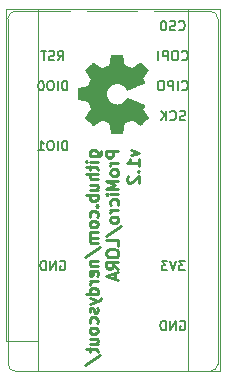
<source format=gbr>
%TF.GenerationSoftware,KiCad,Pcbnew,5.1.6+dfsg1-1~bpo10+1*%
%TF.CreationDate,Date%
%TF.ProjectId,ProMicro_LORA,50726f4d-6963-4726-9f5f-4c4f52412e6b,v1.1*%
%TF.SameCoordinates,Original*%
%TF.FileFunction,Legend,Bot*%
%TF.FilePolarity,Positive*%
%FSLAX45Y45*%
G04 Gerber Fmt 4.5, Leading zero omitted, Abs format (unit mm)*
G04 Created by KiCad*
%MOMM*%
%LPD*%
G01*
G04 APERTURE LIST*
%ADD10C,0.200000*%
%TA.AperFunction,Profile*%
%ADD11C,0.100000*%
%TD*%
%ADD12C,0.250000*%
%ADD13C,0.120000*%
%ADD14C,0.010000*%
%ADD15R,1.600000X1.600000*%
%ADD16O,1.600000X1.600000*%
%ADD17R,1.350000X4.200000*%
G04 APERTURE END LIST*
D10*
X314952Y802000D02*
X322571Y805810D01*
X334000Y805810D01*
X345429Y802000D01*
X353048Y794381D01*
X356857Y786762D01*
X360667Y771524D01*
X360667Y760095D01*
X356857Y744857D01*
X353048Y737238D01*
X345429Y729619D01*
X334000Y725810D01*
X326381Y725810D01*
X314952Y729619D01*
X311143Y733429D01*
X311143Y760095D01*
X326381Y760095D01*
X276857Y725810D02*
X276857Y805810D01*
X231143Y725810D01*
X231143Y805810D01*
X193048Y725810D02*
X193048Y805810D01*
X174000Y805810D01*
X162571Y802000D01*
X154952Y794381D01*
X151143Y786762D01*
X147333Y771524D01*
X147333Y760095D01*
X151143Y744857D01*
X154952Y737238D01*
X162571Y729619D01*
X174000Y725810D01*
X193048Y725810D01*
X374000Y1741810D02*
X374000Y1821810D01*
X354952Y1821810D01*
X343524Y1818000D01*
X335905Y1810381D01*
X332095Y1802762D01*
X328286Y1787524D01*
X328286Y1776095D01*
X332095Y1760857D01*
X335905Y1753238D01*
X343524Y1745619D01*
X354952Y1741810D01*
X374000Y1741810D01*
X294000Y1741810D02*
X294000Y1821810D01*
X240667Y1821810D02*
X225428Y1821810D01*
X217809Y1818000D01*
X210190Y1810381D01*
X206381Y1795143D01*
X206381Y1768476D01*
X210190Y1753238D01*
X217809Y1745619D01*
X225428Y1741810D01*
X240667Y1741810D01*
X248286Y1745619D01*
X255905Y1753238D01*
X259714Y1768476D01*
X259714Y1795143D01*
X255905Y1810381D01*
X248286Y1818000D01*
X240667Y1821810D01*
X130190Y1741810D02*
X175905Y1741810D01*
X153048Y1741810D02*
X153048Y1821810D01*
X160667Y1810381D01*
X168286Y1802762D01*
X175905Y1798952D01*
X374000Y2249810D02*
X374000Y2329810D01*
X354952Y2329810D01*
X343524Y2326000D01*
X335905Y2318381D01*
X332095Y2310762D01*
X328286Y2295524D01*
X328286Y2284095D01*
X332095Y2268857D01*
X335905Y2261238D01*
X343524Y2253619D01*
X354952Y2249810D01*
X374000Y2249810D01*
X294000Y2249810D02*
X294000Y2329810D01*
X240667Y2329810D02*
X225428Y2329810D01*
X217809Y2326000D01*
X210190Y2318381D01*
X206381Y2303143D01*
X206381Y2276476D01*
X210190Y2261238D01*
X217809Y2253619D01*
X225428Y2249810D01*
X240667Y2249810D01*
X248286Y2253619D01*
X255905Y2261238D01*
X259714Y2276476D01*
X259714Y2303143D01*
X255905Y2318381D01*
X248286Y2326000D01*
X240667Y2329810D01*
X156857Y2329810D02*
X149238Y2329810D01*
X141619Y2326000D01*
X137810Y2322191D01*
X134000Y2314572D01*
X130190Y2299333D01*
X130190Y2280286D01*
X134000Y2265048D01*
X137810Y2257429D01*
X141619Y2253619D01*
X149238Y2249810D01*
X156857Y2249810D01*
X164476Y2253619D01*
X168286Y2257429D01*
X172095Y2265048D01*
X175905Y2280286D01*
X175905Y2299333D01*
X172095Y2314572D01*
X168286Y2322191D01*
X164476Y2326000D01*
X156857Y2329810D01*
X297810Y2503810D02*
X324476Y2541905D01*
X343524Y2503810D02*
X343524Y2583810D01*
X313048Y2583810D01*
X305429Y2580000D01*
X301619Y2576191D01*
X297810Y2568572D01*
X297810Y2557143D01*
X301619Y2549524D01*
X305429Y2545714D01*
X313048Y2541905D01*
X343524Y2541905D01*
X267333Y2507619D02*
X255905Y2503810D01*
X236857Y2503810D01*
X229238Y2507619D01*
X225428Y2511429D01*
X221619Y2519048D01*
X221619Y2526667D01*
X225428Y2534286D01*
X229238Y2538095D01*
X236857Y2541905D01*
X252095Y2545714D01*
X259714Y2549524D01*
X263524Y2553333D01*
X267333Y2560952D01*
X267333Y2568572D01*
X263524Y2576191D01*
X259714Y2580000D01*
X252095Y2583810D01*
X233048Y2583810D01*
X221619Y2580000D01*
X198762Y2583810D02*
X153048Y2583810D01*
X175905Y2503810D02*
X175905Y2583810D01*
X1321429Y2765429D02*
X1325238Y2761619D01*
X1336667Y2757810D01*
X1344286Y2757810D01*
X1355714Y2761619D01*
X1363333Y2769238D01*
X1367143Y2776857D01*
X1370952Y2792095D01*
X1370952Y2803524D01*
X1367143Y2818762D01*
X1363333Y2826381D01*
X1355714Y2834000D01*
X1344286Y2837810D01*
X1336667Y2837810D01*
X1325238Y2834000D01*
X1321429Y2830190D01*
X1290952Y2761619D02*
X1279524Y2757810D01*
X1260476Y2757810D01*
X1252857Y2761619D01*
X1249048Y2765429D01*
X1245238Y2773048D01*
X1245238Y2780667D01*
X1249048Y2788286D01*
X1252857Y2792095D01*
X1260476Y2795905D01*
X1275714Y2799714D01*
X1283333Y2803524D01*
X1287143Y2807333D01*
X1290952Y2814952D01*
X1290952Y2822571D01*
X1287143Y2830190D01*
X1283333Y2834000D01*
X1275714Y2837810D01*
X1256667Y2837810D01*
X1245238Y2834000D01*
X1195714Y2837810D02*
X1188095Y2837810D01*
X1180476Y2834000D01*
X1176667Y2830190D01*
X1172857Y2822571D01*
X1169048Y2807333D01*
X1169048Y2788286D01*
X1172857Y2773048D01*
X1176667Y2765429D01*
X1180476Y2761619D01*
X1188095Y2757810D01*
X1195714Y2757810D01*
X1203333Y2761619D01*
X1207143Y2765429D01*
X1210952Y2773048D01*
X1214762Y2788286D01*
X1214762Y2807333D01*
X1210952Y2822571D01*
X1207143Y2830190D01*
X1203333Y2834000D01*
X1195714Y2837810D01*
X1346190Y2511429D02*
X1350000Y2507619D01*
X1361429Y2503810D01*
X1369048Y2503810D01*
X1380476Y2507619D01*
X1388095Y2515238D01*
X1391905Y2522857D01*
X1395714Y2538095D01*
X1395714Y2549524D01*
X1391905Y2564762D01*
X1388095Y2572381D01*
X1380476Y2580000D01*
X1369048Y2583810D01*
X1361429Y2583810D01*
X1350000Y2580000D01*
X1346190Y2576191D01*
X1296667Y2583810D02*
X1281429Y2583810D01*
X1273810Y2580000D01*
X1266190Y2572381D01*
X1262381Y2557143D01*
X1262381Y2530476D01*
X1266190Y2515238D01*
X1273810Y2507619D01*
X1281429Y2503810D01*
X1296667Y2503810D01*
X1304286Y2507619D01*
X1311905Y2515238D01*
X1315714Y2530476D01*
X1315714Y2557143D01*
X1311905Y2572381D01*
X1304286Y2580000D01*
X1296667Y2583810D01*
X1228095Y2503810D02*
X1228095Y2583810D01*
X1197619Y2583810D01*
X1190000Y2580000D01*
X1186190Y2576191D01*
X1182381Y2568572D01*
X1182381Y2557143D01*
X1186190Y2549524D01*
X1190000Y2545714D01*
X1197619Y2541905D01*
X1228095Y2541905D01*
X1148095Y2503810D02*
X1148095Y2583810D01*
X1346190Y2257429D02*
X1350000Y2253619D01*
X1361429Y2249810D01*
X1369048Y2249810D01*
X1380476Y2253619D01*
X1388095Y2261238D01*
X1391905Y2268857D01*
X1395714Y2284095D01*
X1395714Y2295524D01*
X1391905Y2310762D01*
X1388095Y2318381D01*
X1380476Y2326000D01*
X1369048Y2329810D01*
X1361429Y2329810D01*
X1350000Y2326000D01*
X1346190Y2322191D01*
X1311905Y2249810D02*
X1311905Y2329810D01*
X1273810Y2249810D02*
X1273810Y2329810D01*
X1243333Y2329810D01*
X1235714Y2326000D01*
X1231905Y2322191D01*
X1228095Y2314572D01*
X1228095Y2303143D01*
X1231905Y2295524D01*
X1235714Y2291714D01*
X1243333Y2287905D01*
X1273810Y2287905D01*
X1178571Y2329810D02*
X1163333Y2329810D01*
X1155714Y2326000D01*
X1148095Y2318381D01*
X1144286Y2303143D01*
X1144286Y2276476D01*
X1148095Y2261238D01*
X1155714Y2253619D01*
X1163333Y2249810D01*
X1178571Y2249810D01*
X1186190Y2253619D01*
X1193810Y2261238D01*
X1197619Y2276476D01*
X1197619Y2303143D01*
X1193810Y2318381D01*
X1186190Y2326000D01*
X1178571Y2329810D01*
X1372857Y1999619D02*
X1361429Y1995810D01*
X1342381Y1995810D01*
X1334762Y1999619D01*
X1330952Y2003429D01*
X1327143Y2011048D01*
X1327143Y2018667D01*
X1330952Y2026286D01*
X1334762Y2030095D01*
X1342381Y2033905D01*
X1357619Y2037714D01*
X1365238Y2041524D01*
X1369048Y2045333D01*
X1372857Y2052952D01*
X1372857Y2060571D01*
X1369048Y2068190D01*
X1365238Y2072000D01*
X1357619Y2075810D01*
X1338571Y2075810D01*
X1327143Y2072000D01*
X1247143Y2003429D02*
X1250952Y1999619D01*
X1262381Y1995810D01*
X1270000Y1995810D01*
X1281429Y1999619D01*
X1289048Y2007238D01*
X1292857Y2014857D01*
X1296667Y2030095D01*
X1296667Y2041524D01*
X1292857Y2056762D01*
X1289048Y2064381D01*
X1281429Y2072000D01*
X1270000Y2075810D01*
X1262381Y2075810D01*
X1250952Y2072000D01*
X1247143Y2068190D01*
X1212857Y1995810D02*
X1212857Y2075810D01*
X1167143Y1995810D02*
X1201429Y2041524D01*
X1167143Y2075810D02*
X1212857Y2030095D01*
X1369048Y805810D02*
X1319524Y805810D01*
X1346190Y775333D01*
X1334762Y775333D01*
X1327143Y771524D01*
X1323333Y767714D01*
X1319524Y760095D01*
X1319524Y741048D01*
X1323333Y733429D01*
X1327143Y729619D01*
X1334762Y725810D01*
X1357619Y725810D01*
X1365238Y729619D01*
X1369048Y733429D01*
X1296667Y805810D02*
X1270000Y725810D01*
X1243333Y805810D01*
X1224286Y805810D02*
X1174762Y805810D01*
X1201429Y775333D01*
X1190000Y775333D01*
X1182381Y771524D01*
X1178571Y767714D01*
X1174762Y760095D01*
X1174762Y741048D01*
X1178571Y733429D01*
X1182381Y729619D01*
X1190000Y725810D01*
X1212857Y725810D01*
X1220476Y729619D01*
X1224286Y733429D01*
X1330952Y294000D02*
X1338571Y297810D01*
X1350000Y297810D01*
X1361429Y294000D01*
X1369048Y286381D01*
X1372857Y278762D01*
X1376667Y263524D01*
X1376667Y252095D01*
X1372857Y236857D01*
X1369048Y229238D01*
X1361429Y221619D01*
X1350000Y217810D01*
X1342381Y217810D01*
X1330952Y221619D01*
X1327143Y225429D01*
X1327143Y252095D01*
X1342381Y252095D01*
X1292857Y217810D02*
X1292857Y297810D01*
X1247143Y217810D01*
X1247143Y297810D01*
X1209048Y217810D02*
X1209048Y297810D01*
X1190000Y297810D01*
X1178571Y294000D01*
X1170952Y286381D01*
X1167143Y278762D01*
X1163333Y263524D01*
X1163333Y252095D01*
X1167143Y236857D01*
X1170952Y229238D01*
X1178571Y221619D01*
X1190000Y217810D01*
X1209048Y217810D01*
D11*
X-127000Y2857500D02*
X-127000Y-63500D01*
X1651000Y2857500D02*
X1651000Y-63500D01*
X-127000Y2857500D02*
G75*
G02*
X-63500Y2921000I63500J0D01*
G01*
X1587500Y2921000D02*
G75*
G02*
X1651000Y2857500I0J-63500D01*
G01*
X-63500Y2921000D02*
X1587500Y2921000D01*
X1651000Y-63500D02*
G75*
G02*
X1587500Y-127000I-63500J0D01*
G01*
X-63500Y-127000D02*
G75*
G02*
X-127000Y-63500I0J63500D01*
G01*
D12*
X565571Y1695083D02*
X646524Y1695083D01*
X656048Y1699845D01*
X660810Y1704607D01*
X665571Y1714131D01*
X665571Y1728417D01*
X660810Y1737940D01*
X627476Y1695083D02*
X632238Y1704607D01*
X632238Y1723655D01*
X627476Y1733179D01*
X622714Y1737940D01*
X613190Y1742702D01*
X584619Y1742702D01*
X575095Y1737940D01*
X570333Y1733179D01*
X565571Y1723655D01*
X565571Y1704607D01*
X570333Y1695083D01*
X632238Y1647464D02*
X565571Y1647464D01*
X532238Y1647464D02*
X537000Y1652226D01*
X541762Y1647464D01*
X537000Y1642702D01*
X532238Y1647464D01*
X541762Y1647464D01*
X565571Y1614131D02*
X565571Y1576036D01*
X532238Y1599845D02*
X617952Y1599845D01*
X627476Y1595083D01*
X632238Y1585560D01*
X632238Y1576036D01*
X632238Y1542702D02*
X532238Y1542702D01*
X632238Y1499845D02*
X579857Y1499845D01*
X570333Y1504607D01*
X565571Y1514131D01*
X565571Y1528417D01*
X570333Y1537940D01*
X575095Y1542702D01*
X565571Y1409369D02*
X632238Y1409369D01*
X565571Y1452226D02*
X617952Y1452226D01*
X627476Y1447464D01*
X632238Y1437940D01*
X632238Y1423655D01*
X627476Y1414131D01*
X622714Y1409369D01*
X632238Y1361750D02*
X532238Y1361750D01*
X570333Y1361750D02*
X565571Y1352226D01*
X565571Y1333179D01*
X570333Y1323655D01*
X575095Y1318893D01*
X584619Y1314131D01*
X613190Y1314131D01*
X622714Y1318893D01*
X627476Y1323655D01*
X632238Y1333179D01*
X632238Y1352226D01*
X627476Y1361750D01*
X622714Y1271274D02*
X627476Y1266512D01*
X632238Y1271274D01*
X627476Y1276036D01*
X622714Y1271274D01*
X632238Y1271274D01*
X627476Y1180798D02*
X632238Y1190322D01*
X632238Y1209369D01*
X627476Y1218893D01*
X622714Y1223655D01*
X613190Y1228417D01*
X584619Y1228417D01*
X575095Y1223655D01*
X570333Y1218893D01*
X565571Y1209369D01*
X565571Y1190322D01*
X570333Y1180798D01*
X632238Y1123655D02*
X627476Y1133179D01*
X622714Y1137941D01*
X613190Y1142702D01*
X584619Y1142702D01*
X575095Y1137941D01*
X570333Y1133179D01*
X565571Y1123655D01*
X565571Y1109369D01*
X570333Y1099845D01*
X575095Y1095083D01*
X584619Y1090322D01*
X613190Y1090322D01*
X622714Y1095083D01*
X627476Y1099845D01*
X632238Y1109369D01*
X632238Y1123655D01*
X632238Y1047464D02*
X565571Y1047464D01*
X575095Y1047464D02*
X570333Y1042702D01*
X565571Y1033179D01*
X565571Y1018893D01*
X570333Y1009369D01*
X579857Y1004607D01*
X632238Y1004607D01*
X579857Y1004607D02*
X570333Y999845D01*
X565571Y990321D01*
X565571Y976036D01*
X570333Y966512D01*
X579857Y961750D01*
X632238Y961750D01*
X527476Y842702D02*
X656048Y928417D01*
X565571Y809369D02*
X632238Y809369D01*
X575095Y809369D02*
X570333Y804607D01*
X565571Y795083D01*
X565571Y780798D01*
X570333Y771274D01*
X579857Y766512D01*
X632238Y766512D01*
X627476Y680798D02*
X632238Y690322D01*
X632238Y709369D01*
X627476Y718893D01*
X617952Y723655D01*
X579857Y723655D01*
X570333Y718893D01*
X565571Y709369D01*
X565571Y690322D01*
X570333Y680798D01*
X579857Y676036D01*
X589381Y676036D01*
X598905Y723655D01*
X632238Y633179D02*
X565571Y633179D01*
X584619Y633179D02*
X575095Y628417D01*
X570333Y623655D01*
X565571Y614131D01*
X565571Y604607D01*
X632238Y528417D02*
X532238Y528417D01*
X627476Y528417D02*
X632238Y537941D01*
X632238Y556988D01*
X627476Y566512D01*
X622714Y571274D01*
X613190Y576036D01*
X584619Y576036D01*
X575095Y571274D01*
X570333Y566512D01*
X565571Y556988D01*
X565571Y537941D01*
X570333Y528417D01*
X565571Y490321D02*
X632238Y466512D01*
X565571Y442702D02*
X632238Y466512D01*
X656048Y476036D01*
X660810Y480798D01*
X665571Y490321D01*
X627476Y409369D02*
X632238Y399845D01*
X632238Y380798D01*
X627476Y371274D01*
X617952Y366512D01*
X613190Y366512D01*
X603667Y371274D01*
X598905Y380798D01*
X598905Y395083D01*
X594143Y404607D01*
X584619Y409369D01*
X579857Y409369D01*
X570333Y404607D01*
X565571Y395083D01*
X565571Y380798D01*
X570333Y371274D01*
X627476Y280798D02*
X632238Y290322D01*
X632238Y309369D01*
X627476Y318893D01*
X622714Y323655D01*
X613190Y328417D01*
X584619Y328417D01*
X575095Y323655D01*
X570333Y318893D01*
X565571Y309369D01*
X565571Y290322D01*
X570333Y280798D01*
X632238Y223655D02*
X627476Y233179D01*
X622714Y237940D01*
X613190Y242702D01*
X584619Y242702D01*
X575095Y237940D01*
X570333Y233179D01*
X565571Y223655D01*
X565571Y209369D01*
X570333Y199845D01*
X575095Y195083D01*
X584619Y190321D01*
X613190Y190321D01*
X622714Y195083D01*
X627476Y199845D01*
X632238Y209369D01*
X632238Y223655D01*
X565571Y104607D02*
X632238Y104607D01*
X565571Y147464D02*
X617952Y147464D01*
X627476Y142702D01*
X632238Y133179D01*
X632238Y118893D01*
X627476Y109369D01*
X622714Y104607D01*
X565571Y71274D02*
X565571Y33179D01*
X532238Y56988D02*
X617952Y56988D01*
X627476Y52226D01*
X632238Y42702D01*
X632238Y33179D01*
X527476Y-71583D02*
X656048Y14131D01*
X807238Y1737940D02*
X707238Y1737940D01*
X707238Y1699845D01*
X712000Y1690321D01*
X716762Y1685560D01*
X726286Y1680798D01*
X740571Y1680798D01*
X750095Y1685560D01*
X754857Y1690321D01*
X759619Y1699845D01*
X759619Y1737940D01*
X807238Y1637940D02*
X740571Y1637940D01*
X759619Y1637940D02*
X750095Y1633179D01*
X745333Y1628417D01*
X740571Y1618893D01*
X740571Y1609369D01*
X807238Y1561750D02*
X802476Y1571274D01*
X797714Y1576036D01*
X788190Y1580798D01*
X759619Y1580798D01*
X750095Y1576036D01*
X745333Y1571274D01*
X740571Y1561750D01*
X740571Y1547464D01*
X745333Y1537940D01*
X750095Y1533179D01*
X759619Y1528417D01*
X788190Y1528417D01*
X797714Y1533179D01*
X802476Y1537940D01*
X807238Y1547464D01*
X807238Y1561750D01*
X807238Y1485560D02*
X707238Y1485560D01*
X778667Y1452226D01*
X707238Y1418893D01*
X807238Y1418893D01*
X807238Y1371274D02*
X740571Y1371274D01*
X707238Y1371274D02*
X712000Y1376036D01*
X716762Y1371274D01*
X712000Y1366512D01*
X707238Y1371274D01*
X716762Y1371274D01*
X802476Y1280798D02*
X807238Y1290322D01*
X807238Y1309369D01*
X802476Y1318893D01*
X797714Y1323655D01*
X788190Y1328417D01*
X759619Y1328417D01*
X750095Y1323655D01*
X745333Y1318893D01*
X740571Y1309369D01*
X740571Y1290322D01*
X745333Y1280798D01*
X807238Y1237941D02*
X740571Y1237941D01*
X759619Y1237941D02*
X750095Y1233179D01*
X745333Y1228417D01*
X740571Y1218893D01*
X740571Y1209369D01*
X807238Y1161750D02*
X802476Y1171274D01*
X797714Y1176036D01*
X788190Y1180798D01*
X759619Y1180798D01*
X750095Y1176036D01*
X745333Y1171274D01*
X740571Y1161750D01*
X740571Y1147464D01*
X745333Y1137941D01*
X750095Y1133179D01*
X759619Y1128417D01*
X788190Y1128417D01*
X797714Y1133179D01*
X802476Y1137941D01*
X807238Y1147464D01*
X807238Y1161750D01*
X702476Y1014131D02*
X831048Y1099845D01*
X807238Y933179D02*
X807238Y980798D01*
X707238Y980798D01*
X707238Y880798D02*
X707238Y861750D01*
X712000Y852226D01*
X721524Y842702D01*
X740571Y837940D01*
X773905Y837940D01*
X792952Y842702D01*
X802476Y852226D01*
X807238Y861750D01*
X807238Y880798D01*
X802476Y890321D01*
X792952Y899845D01*
X773905Y904607D01*
X740571Y904607D01*
X721524Y899845D01*
X712000Y890321D01*
X707238Y880798D01*
X807238Y737940D02*
X759619Y771274D01*
X807238Y795083D02*
X707238Y795083D01*
X707238Y756988D01*
X712000Y747464D01*
X716762Y742702D01*
X726286Y737940D01*
X740571Y737940D01*
X750095Y742702D01*
X754857Y747464D01*
X759619Y756988D01*
X759619Y795083D01*
X778667Y699845D02*
X778667Y652226D01*
X807238Y709369D02*
X707238Y676036D01*
X807238Y642702D01*
X915571Y1747464D02*
X982238Y1723655D01*
X915571Y1699845D01*
X982238Y1609369D02*
X982238Y1666512D01*
X982238Y1637940D02*
X882238Y1637940D01*
X896524Y1647464D01*
X906048Y1656988D01*
X910809Y1666512D01*
X972714Y1566512D02*
X977476Y1561750D01*
X982238Y1566512D01*
X977476Y1571274D01*
X972714Y1566512D01*
X982238Y1566512D01*
X891762Y1523655D02*
X887000Y1518893D01*
X882238Y1509369D01*
X882238Y1485560D01*
X887000Y1476036D01*
X891762Y1471274D01*
X901286Y1466512D01*
X910809Y1466512D01*
X925095Y1471274D01*
X982238Y1528417D01*
X982238Y1466512D01*
D11*
X1587500Y-127000D02*
X-63500Y-127000D01*
D13*
X-142000Y127000D02*
X-142000Y2936000D01*
X1397000Y-127000D02*
X1397000Y2936000D01*
X127000Y127000D02*
X-142000Y127000D01*
X127000Y-127000D02*
X127000Y2936000D01*
X-142000Y2936000D02*
X1666000Y2936000D01*
X1666000Y2936000D02*
X1666000Y-127000D01*
X1666000Y-127000D02*
X127000Y-127000D01*
D14*
G36*
X508893Y2166919D02*
G01*
X553356Y2158537D01*
X566105Y2127608D01*
X578855Y2096679D01*
X553625Y2059575D01*
X546600Y2049184D01*
X540327Y2039791D01*
X535094Y2031835D01*
X531186Y2025753D01*
X528889Y2021984D01*
X528394Y2020958D01*
X529668Y2019109D01*
X533188Y2015158D01*
X538506Y2009548D01*
X545172Y2002721D01*
X552735Y1995121D01*
X560747Y1987191D01*
X568757Y1979372D01*
X576316Y1972109D01*
X582975Y1965844D01*
X588282Y1961020D01*
X591789Y1958079D01*
X592962Y1957376D01*
X595126Y1958388D01*
X599866Y1961224D01*
X606719Y1965587D01*
X615222Y1971178D01*
X624909Y1977699D01*
X630435Y1981478D01*
X640525Y1988366D01*
X649630Y1994486D01*
X657297Y1999542D01*
X663073Y2003237D01*
X666504Y2005274D01*
X667225Y2005580D01*
X669275Y2004886D01*
X674051Y2002995D01*
X680883Y2000191D01*
X689099Y1996761D01*
X698027Y1992989D01*
X706996Y1989161D01*
X715334Y1985563D01*
X722369Y1982479D01*
X727431Y1980196D01*
X729847Y1978998D01*
X729942Y1978928D01*
X730404Y1977047D01*
X731433Y1972038D01*
X732929Y1964421D01*
X734790Y1954713D01*
X736916Y1943436D01*
X738142Y1936856D01*
X740436Y1924805D01*
X742619Y1913920D01*
X744572Y1904752D01*
X746175Y1897852D01*
X747308Y1893770D01*
X747667Y1892949D01*
X750101Y1892145D01*
X755596Y1891497D01*
X763511Y1891003D01*
X773203Y1890664D01*
X784029Y1890478D01*
X795346Y1890446D01*
X806513Y1890567D01*
X816887Y1890841D01*
X825824Y1891267D01*
X832683Y1891844D01*
X836820Y1892573D01*
X837681Y1893010D01*
X838713Y1895624D01*
X840189Y1901161D01*
X841935Y1908889D01*
X843778Y1918077D01*
X844374Y1921284D01*
X847207Y1936748D01*
X849488Y1948962D01*
X851308Y1958333D01*
X852758Y1965262D01*
X853929Y1970153D01*
X854911Y1973410D01*
X855796Y1975437D01*
X856672Y1976637D01*
X856846Y1976805D01*
X859637Y1978482D01*
X865069Y1981039D01*
X872478Y1984221D01*
X881196Y1987774D01*
X890561Y1991442D01*
X899905Y1994969D01*
X908565Y1998100D01*
X915874Y2000581D01*
X921168Y2002155D01*
X923781Y2002567D01*
X923873Y2002532D01*
X926009Y2001136D01*
X930708Y1997968D01*
X937483Y1993361D01*
X945842Y1987648D01*
X955298Y1981163D01*
X957985Y1979316D01*
X967727Y1972730D01*
X976616Y1966935D01*
X984141Y1962246D01*
X989792Y1958979D01*
X993058Y1957450D01*
X993459Y1957376D01*
X995568Y1958661D01*
X999746Y1962211D01*
X1005544Y1967571D01*
X1012513Y1974283D01*
X1020204Y1981891D01*
X1028168Y1989940D01*
X1035956Y1997971D01*
X1043119Y2005530D01*
X1049207Y2012159D01*
X1053772Y2017403D01*
X1056365Y2020804D01*
X1056788Y2021745D01*
X1055791Y2023936D01*
X1053102Y2028420D01*
X1049174Y2034468D01*
X1046012Y2039121D01*
X1040210Y2047552D01*
X1033378Y2057537D01*
X1026558Y2067553D01*
X1022907Y2072937D01*
X1010580Y2091163D01*
X1018852Y2106462D01*
X1022476Y2113432D01*
X1025293Y2119359D01*
X1026899Y2123369D01*
X1027123Y2124390D01*
X1025472Y2125617D01*
X1020808Y2128039D01*
X1013561Y2131474D01*
X1004161Y2135741D01*
X993037Y2140661D01*
X980621Y2146051D01*
X967343Y2151732D01*
X953633Y2157522D01*
X939920Y2163241D01*
X926636Y2168708D01*
X914210Y2173742D01*
X903072Y2178162D01*
X893654Y2181788D01*
X886384Y2184439D01*
X881694Y2185934D01*
X880083Y2186175D01*
X878029Y2184269D01*
X874693Y2180096D01*
X870770Y2174529D01*
X870460Y2174062D01*
X858942Y2159674D01*
X845505Y2148072D01*
X830578Y2139357D01*
X814591Y2133630D01*
X797974Y2130991D01*
X781155Y2131542D01*
X764565Y2135381D01*
X748634Y2142611D01*
X745149Y2144737D01*
X731074Y2155800D01*
X719771Y2168870D01*
X711300Y2183494D01*
X705719Y2199219D01*
X703087Y2215594D01*
X703463Y2232167D01*
X706905Y2248484D01*
X713472Y2264094D01*
X723223Y2278543D01*
X727181Y2283013D01*
X739570Y2294389D01*
X752612Y2302678D01*
X767231Y2308364D01*
X781709Y2311531D01*
X797986Y2312313D01*
X814344Y2309706D01*
X830230Y2303976D01*
X845091Y2295386D01*
X858373Y2284201D01*
X869526Y2270688D01*
X870701Y2268912D01*
X874551Y2263285D01*
X877886Y2259008D01*
X880016Y2256963D01*
X880083Y2256933D01*
X882387Y2257372D01*
X887616Y2259112D01*
X895339Y2261973D01*
X905127Y2265774D01*
X916549Y2270333D01*
X929176Y2275470D01*
X942577Y2281004D01*
X956322Y2286754D01*
X969981Y2292540D01*
X983124Y2298180D01*
X995320Y2303494D01*
X1006141Y2308301D01*
X1015155Y2312420D01*
X1021932Y2315670D01*
X1026043Y2317870D01*
X1027123Y2318756D01*
X1026282Y2321464D01*
X1024027Y2326530D01*
X1020761Y2333082D01*
X1018852Y2336684D01*
X1010580Y2351983D01*
X1022907Y2370209D01*
X1029223Y2379513D01*
X1036173Y2389699D01*
X1042716Y2399244D01*
X1046012Y2404025D01*
X1050527Y2410750D01*
X1054106Y2416444D01*
X1056294Y2420365D01*
X1056756Y2421638D01*
X1055509Y2423492D01*
X1052025Y2427594D01*
X1046668Y2433548D01*
X1039798Y2440954D01*
X1031778Y2449417D01*
X1026629Y2454769D01*
X1017429Y2464132D01*
X1009200Y2472224D01*
X1002294Y2478718D01*
X997064Y2483286D01*
X993862Y2485601D01*
X993212Y2485823D01*
X990739Y2484792D01*
X985740Y2481944D01*
X978721Y2477594D01*
X970187Y2472058D01*
X960646Y2465652D01*
X957985Y2463830D01*
X948317Y2457193D01*
X939612Y2451238D01*
X932359Y2446298D01*
X927049Y2442708D01*
X924170Y2440798D01*
X923873Y2440614D01*
X921578Y2440890D01*
X916534Y2442354D01*
X909404Y2444751D01*
X900855Y2447827D01*
X891551Y2451324D01*
X882157Y2454989D01*
X873340Y2458566D01*
X865763Y2461799D01*
X860093Y2464434D01*
X856994Y2466214D01*
X856846Y2466341D01*
X855960Y2467429D01*
X855084Y2469268D01*
X854128Y2472261D01*
X853000Y2476810D01*
X851609Y2483321D01*
X849866Y2492196D01*
X847680Y2503839D01*
X844959Y2518654D01*
X844374Y2521862D01*
X842537Y2531369D01*
X840740Y2539657D01*
X839157Y2545993D01*
X837960Y2549646D01*
X837681Y2550136D01*
X835207Y2550943D01*
X829679Y2551599D01*
X821739Y2552103D01*
X812030Y2552456D01*
X801194Y2552656D01*
X789874Y2552704D01*
X778713Y2552598D01*
X768353Y2552338D01*
X759437Y2551925D01*
X752607Y2551356D01*
X748507Y2550633D01*
X747667Y2550197D01*
X746821Y2547770D01*
X745443Y2542243D01*
X743655Y2534166D01*
X741575Y2524091D01*
X739322Y2512568D01*
X738142Y2506290D01*
X735915Y2494379D01*
X733898Y2483757D01*
X732191Y2474943D01*
X730897Y2468457D01*
X730115Y2464817D01*
X729942Y2464218D01*
X727989Y2463206D01*
X723284Y2461066D01*
X716500Y2458084D01*
X708309Y2454545D01*
X699383Y2450733D01*
X690394Y2446935D01*
X682014Y2443436D01*
X674915Y2440521D01*
X669769Y2438474D01*
X667250Y2437582D01*
X667140Y2437566D01*
X665152Y2438577D01*
X660578Y2441412D01*
X653872Y2445772D01*
X645488Y2451361D01*
X635883Y2457879D01*
X630365Y2461668D01*
X620248Y2468573D01*
X611063Y2474705D01*
X603274Y2479766D01*
X597347Y2483457D01*
X593745Y2485478D01*
X592938Y2485770D01*
X591058Y2484515D01*
X587046Y2481046D01*
X581349Y2475806D01*
X574419Y2469238D01*
X566703Y2461786D01*
X558653Y2453891D01*
X550716Y2445998D01*
X543344Y2438550D01*
X536985Y2431989D01*
X532089Y2426760D01*
X529106Y2423304D01*
X528394Y2422148D01*
X529395Y2420265D01*
X532208Y2415763D01*
X536545Y2409079D01*
X542122Y2400650D01*
X548651Y2390914D01*
X553625Y2383571D01*
X578855Y2346467D01*
X553356Y2284610D01*
X508893Y2276228D01*
X464431Y2267845D01*
X464431Y2175301D01*
X508893Y2166919D01*
G37*
X508893Y2166919D02*
X553356Y2158537D01*
X566105Y2127608D01*
X578855Y2096679D01*
X553625Y2059575D01*
X546600Y2049184D01*
X540327Y2039791D01*
X535094Y2031835D01*
X531186Y2025753D01*
X528889Y2021984D01*
X528394Y2020958D01*
X529668Y2019109D01*
X533188Y2015158D01*
X538506Y2009548D01*
X545172Y2002721D01*
X552735Y1995121D01*
X560747Y1987191D01*
X568757Y1979372D01*
X576316Y1972109D01*
X582975Y1965844D01*
X588282Y1961020D01*
X591789Y1958079D01*
X592962Y1957376D01*
X595126Y1958388D01*
X599866Y1961224D01*
X606719Y1965587D01*
X615222Y1971178D01*
X624909Y1977699D01*
X630435Y1981478D01*
X640525Y1988366D01*
X649630Y1994486D01*
X657297Y1999542D01*
X663073Y2003237D01*
X666504Y2005274D01*
X667225Y2005580D01*
X669275Y2004886D01*
X674051Y2002995D01*
X680883Y2000191D01*
X689099Y1996761D01*
X698027Y1992989D01*
X706996Y1989161D01*
X715334Y1985563D01*
X722369Y1982479D01*
X727431Y1980196D01*
X729847Y1978998D01*
X729942Y1978928D01*
X730404Y1977047D01*
X731433Y1972038D01*
X732929Y1964421D01*
X734790Y1954713D01*
X736916Y1943436D01*
X738142Y1936856D01*
X740436Y1924805D01*
X742619Y1913920D01*
X744572Y1904752D01*
X746175Y1897852D01*
X747308Y1893770D01*
X747667Y1892949D01*
X750101Y1892145D01*
X755596Y1891497D01*
X763511Y1891003D01*
X773203Y1890664D01*
X784029Y1890478D01*
X795346Y1890446D01*
X806513Y1890567D01*
X816887Y1890841D01*
X825824Y1891267D01*
X832683Y1891844D01*
X836820Y1892573D01*
X837681Y1893010D01*
X838713Y1895624D01*
X840189Y1901161D01*
X841935Y1908889D01*
X843778Y1918077D01*
X844374Y1921284D01*
X847207Y1936748D01*
X849488Y1948962D01*
X851308Y1958333D01*
X852758Y1965262D01*
X853929Y1970153D01*
X854911Y1973410D01*
X855796Y1975437D01*
X856672Y1976637D01*
X856846Y1976805D01*
X859637Y1978482D01*
X865069Y1981039D01*
X872478Y1984221D01*
X881196Y1987774D01*
X890561Y1991442D01*
X899905Y1994969D01*
X908565Y1998100D01*
X915874Y2000581D01*
X921168Y2002155D01*
X923781Y2002567D01*
X923873Y2002532D01*
X926009Y2001136D01*
X930708Y1997968D01*
X937483Y1993361D01*
X945842Y1987648D01*
X955298Y1981163D01*
X957985Y1979316D01*
X967727Y1972730D01*
X976616Y1966935D01*
X984141Y1962246D01*
X989792Y1958979D01*
X993058Y1957450D01*
X993459Y1957376D01*
X995568Y1958661D01*
X999746Y1962211D01*
X1005544Y1967571D01*
X1012513Y1974283D01*
X1020204Y1981891D01*
X1028168Y1989940D01*
X1035956Y1997971D01*
X1043119Y2005530D01*
X1049207Y2012159D01*
X1053772Y2017403D01*
X1056365Y2020804D01*
X1056788Y2021745D01*
X1055791Y2023936D01*
X1053102Y2028420D01*
X1049174Y2034468D01*
X1046012Y2039121D01*
X1040210Y2047552D01*
X1033378Y2057537D01*
X1026558Y2067553D01*
X1022907Y2072937D01*
X1010580Y2091163D01*
X1018852Y2106462D01*
X1022476Y2113432D01*
X1025293Y2119359D01*
X1026899Y2123369D01*
X1027123Y2124390D01*
X1025472Y2125617D01*
X1020808Y2128039D01*
X1013561Y2131474D01*
X1004161Y2135741D01*
X993037Y2140661D01*
X980621Y2146051D01*
X967343Y2151732D01*
X953633Y2157522D01*
X939920Y2163241D01*
X926636Y2168708D01*
X914210Y2173742D01*
X903072Y2178162D01*
X893654Y2181788D01*
X886384Y2184439D01*
X881694Y2185934D01*
X880083Y2186175D01*
X878029Y2184269D01*
X874693Y2180096D01*
X870770Y2174529D01*
X870460Y2174062D01*
X858942Y2159674D01*
X845505Y2148072D01*
X830578Y2139357D01*
X814591Y2133630D01*
X797974Y2130991D01*
X781155Y2131542D01*
X764565Y2135381D01*
X748634Y2142611D01*
X745149Y2144737D01*
X731074Y2155800D01*
X719771Y2168870D01*
X711300Y2183494D01*
X705719Y2199219D01*
X703087Y2215594D01*
X703463Y2232167D01*
X706905Y2248484D01*
X713472Y2264094D01*
X723223Y2278543D01*
X727181Y2283013D01*
X739570Y2294389D01*
X752612Y2302678D01*
X767231Y2308364D01*
X781709Y2311531D01*
X797986Y2312313D01*
X814344Y2309706D01*
X830230Y2303976D01*
X845091Y2295386D01*
X858373Y2284201D01*
X869526Y2270688D01*
X870701Y2268912D01*
X874551Y2263285D01*
X877886Y2259008D01*
X880016Y2256963D01*
X880083Y2256933D01*
X882387Y2257372D01*
X887616Y2259112D01*
X895339Y2261973D01*
X905127Y2265774D01*
X916549Y2270333D01*
X929176Y2275470D01*
X942577Y2281004D01*
X956322Y2286754D01*
X969981Y2292540D01*
X983124Y2298180D01*
X995320Y2303494D01*
X1006141Y2308301D01*
X1015155Y2312420D01*
X1021932Y2315670D01*
X1026043Y2317870D01*
X1027123Y2318756D01*
X1026282Y2321464D01*
X1024027Y2326530D01*
X1020761Y2333082D01*
X1018852Y2336684D01*
X1010580Y2351983D01*
X1022907Y2370209D01*
X1029223Y2379513D01*
X1036173Y2389699D01*
X1042716Y2399244D01*
X1046012Y2404025D01*
X1050527Y2410750D01*
X1054106Y2416444D01*
X1056294Y2420365D01*
X1056756Y2421638D01*
X1055509Y2423492D01*
X1052025Y2427594D01*
X1046668Y2433548D01*
X1039798Y2440954D01*
X1031778Y2449417D01*
X1026629Y2454769D01*
X1017429Y2464132D01*
X1009200Y2472224D01*
X1002294Y2478718D01*
X997064Y2483286D01*
X993862Y2485601D01*
X993212Y2485823D01*
X990739Y2484792D01*
X985740Y2481944D01*
X978721Y2477594D01*
X970187Y2472058D01*
X960646Y2465652D01*
X957985Y2463830D01*
X948317Y2457193D01*
X939612Y2451238D01*
X932359Y2446298D01*
X927049Y2442708D01*
X924170Y2440798D01*
X923873Y2440614D01*
X921578Y2440890D01*
X916534Y2442354D01*
X909404Y2444751D01*
X900855Y2447827D01*
X891551Y2451324D01*
X882157Y2454989D01*
X873340Y2458566D01*
X865763Y2461799D01*
X860093Y2464434D01*
X856994Y2466214D01*
X856846Y2466341D01*
X855960Y2467429D01*
X855084Y2469268D01*
X854128Y2472261D01*
X853000Y2476810D01*
X851609Y2483321D01*
X849866Y2492196D01*
X847680Y2503839D01*
X844959Y2518654D01*
X844374Y2521862D01*
X842537Y2531369D01*
X840740Y2539657D01*
X839157Y2545993D01*
X837960Y2549646D01*
X837681Y2550136D01*
X835207Y2550943D01*
X829679Y2551599D01*
X821739Y2552103D01*
X812030Y2552456D01*
X801194Y2552656D01*
X789874Y2552704D01*
X778713Y2552598D01*
X768353Y2552338D01*
X759437Y2551925D01*
X752607Y2551356D01*
X748507Y2550633D01*
X747667Y2550197D01*
X746821Y2547770D01*
X745443Y2542243D01*
X743655Y2534166D01*
X741575Y2524091D01*
X739322Y2512568D01*
X738142Y2506290D01*
X735915Y2494379D01*
X733898Y2483757D01*
X732191Y2474943D01*
X730897Y2468457D01*
X730115Y2464817D01*
X729942Y2464218D01*
X727989Y2463206D01*
X723284Y2461066D01*
X716500Y2458084D01*
X708309Y2454545D01*
X699383Y2450733D01*
X690394Y2446935D01*
X682014Y2443436D01*
X674915Y2440521D01*
X669769Y2438474D01*
X667250Y2437582D01*
X667140Y2437566D01*
X665152Y2438577D01*
X660578Y2441412D01*
X653872Y2445772D01*
X645488Y2451361D01*
X635883Y2457879D01*
X630365Y2461668D01*
X620248Y2468573D01*
X611063Y2474705D01*
X603274Y2479766D01*
X597347Y2483457D01*
X593745Y2485478D01*
X592938Y2485770D01*
X591058Y2484515D01*
X587046Y2481046D01*
X581349Y2475806D01*
X574419Y2469238D01*
X566703Y2461786D01*
X558653Y2453891D01*
X550716Y2445998D01*
X543344Y2438550D01*
X536985Y2431989D01*
X532089Y2426760D01*
X529106Y2423304D01*
X528394Y2422148D01*
X529395Y2420265D01*
X532208Y2415763D01*
X536545Y2409079D01*
X542122Y2400650D01*
X548651Y2390914D01*
X553625Y2383571D01*
X578855Y2346467D01*
X553356Y2284610D01*
X508893Y2276228D01*
X464431Y2267845D01*
X464431Y2175301D01*
X508893Y2166919D01*
%LPC*%
D15*
X0Y0D03*
D16*
X0Y254000D03*
X0Y508000D03*
X1524000Y2794000D03*
X0Y762000D03*
X1524000Y2540000D03*
X0Y1016000D03*
X1524000Y2286000D03*
X0Y1270000D03*
X1524000Y2032000D03*
X0Y1524000D03*
X1524000Y1778000D03*
X0Y1778000D03*
X1524000Y1524000D03*
X0Y2032000D03*
X1524000Y1270000D03*
X0Y2286000D03*
X1524000Y1016000D03*
X0Y2540000D03*
X1524000Y762000D03*
X0Y2794000D03*
X1524000Y508000D03*
X1524000Y254000D03*
X1524000Y0D03*
D17*
X479500Y2710500D03*
X1044500Y2710500D03*
M02*

</source>
